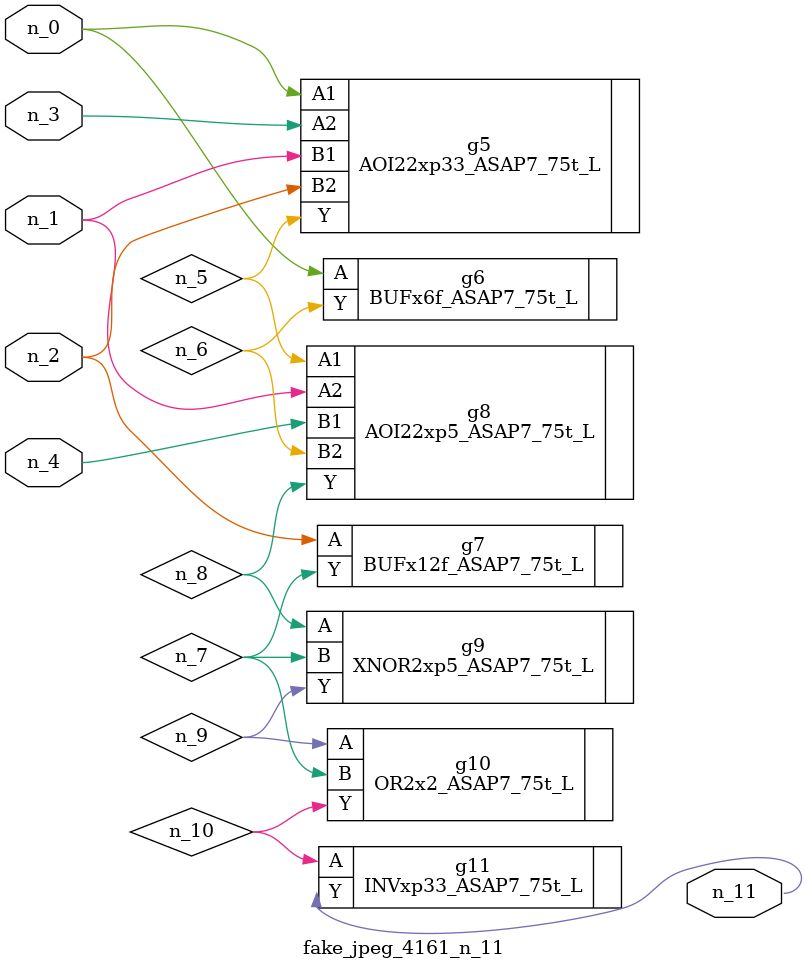
<source format=v>
module fake_jpeg_4161_n_11 (n_3, n_2, n_1, n_0, n_4, n_11);

input n_3;
input n_2;
input n_1;
input n_0;
input n_4;

output n_11;

wire n_10;
wire n_8;
wire n_9;
wire n_6;
wire n_5;
wire n_7;

AOI22xp33_ASAP7_75t_L g5 ( 
.A1(n_0),
.A2(n_3),
.B1(n_1),
.B2(n_2),
.Y(n_5)
);

BUFx6f_ASAP7_75t_L g6 ( 
.A(n_0),
.Y(n_6)
);

BUFx12f_ASAP7_75t_L g7 ( 
.A(n_2),
.Y(n_7)
);

AOI22xp5_ASAP7_75t_L g8 ( 
.A1(n_5),
.A2(n_1),
.B1(n_4),
.B2(n_6),
.Y(n_8)
);

XNOR2xp5_ASAP7_75t_L g9 ( 
.A(n_8),
.B(n_7),
.Y(n_9)
);

OR2x2_ASAP7_75t_L g10 ( 
.A(n_9),
.B(n_7),
.Y(n_10)
);

INVxp33_ASAP7_75t_L g11 ( 
.A(n_10),
.Y(n_11)
);


endmodule
</source>
